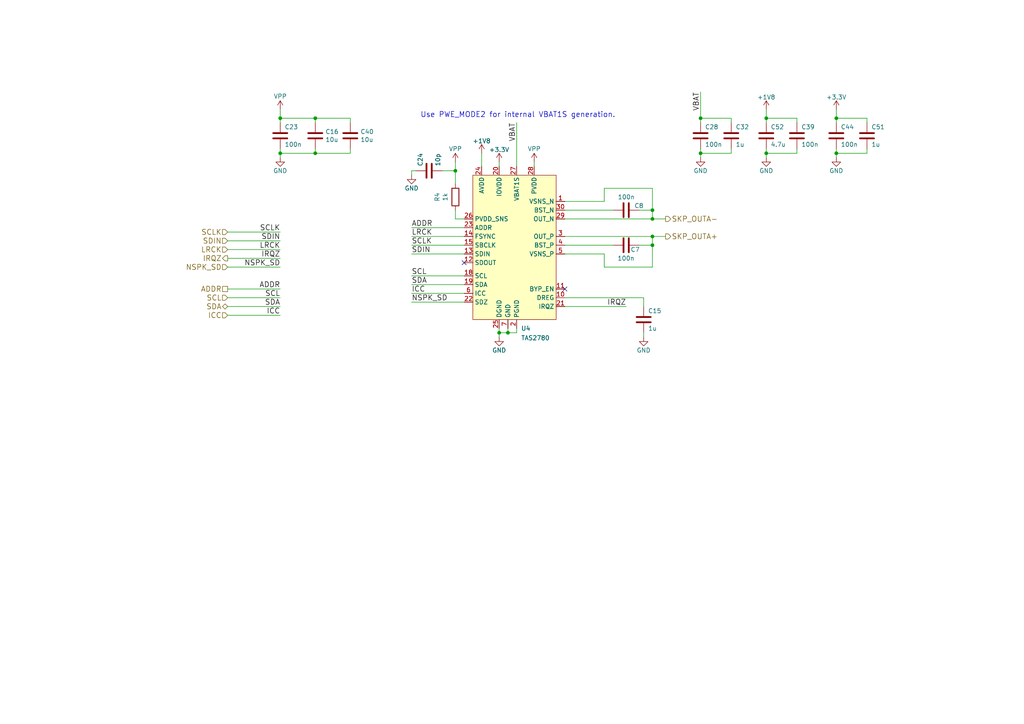
<source format=kicad_sch>
(kicad_sch (version 20211123) (generator eeschema)

  (uuid 5a67196f-9472-4a8d-961f-eac8ec999d85)

  (paper "A4")

  (title_block
    (title "AMP")
    (date "2021-03-30")
    (rev "V0.1")
  )

  (lib_symbols
    (symbol "Amplifiers_Audio_Switching:TAS2780" (in_bom yes) (on_board yes)
      (property "Reference" "U" (id 0) (at 11.43 3.81 0)
        (effects (font (size 1.27 1.27)))
      )
      (property "Value" "TAS2780" (id 1) (at 13.97 6.35 0)
        (effects (font (size 1.27 1.27)))
      )
      (property "Footprint" "" (id 2) (at 10.16 3.81 0)
        (effects (font (size 1.27 1.27)) hide)
      )
      (property "Datasheet" "" (id 3) (at 10.16 3.81 0)
        (effects (font (size 1.27 1.27)) hide)
      )
      (symbol "TAS2780_0_1"
        (rectangle (start -11.43 1.27) (end 12.7 -40.64)
          (stroke (width 0.1524) (type default) (color 0 0 0 0))
          (fill (type background))
        )
      )
      (symbol "TAS2780_1_1"
        (pin input line (at 15.24 -6.35 180) (length 2.54)
          (name "VSNS_N" (effects (font (size 1.27 1.27))))
          (number "1" (effects (font (size 1.27 1.27))))
        )
        (pin power_in line (at 15.24 -34.29 180) (length 2.54)
          (name "DREG" (effects (font (size 1.27 1.27))))
          (number "10" (effects (font (size 1.27 1.27))))
        )
        (pin output line (at 15.24 -31.75 180) (length 2.54)
          (name "BYP_EN" (effects (font (size 1.27 1.27))))
          (number "11" (effects (font (size 1.27 1.27))))
        )
        (pin bidirectional line (at -13.97 -24.13 0) (length 2.54)
          (name "SDOUT" (effects (font (size 1.27 1.27))))
          (number "12" (effects (font (size 1.27 1.27))))
        )
        (pin input line (at -13.97 -21.59 0) (length 2.54)
          (name "SDIN" (effects (font (size 1.27 1.27))))
          (number "13" (effects (font (size 1.27 1.27))))
        )
        (pin input line (at -13.97 -16.51 0) (length 2.54)
          (name "FSYNC" (effects (font (size 1.27 1.27))))
          (number "14" (effects (font (size 1.27 1.27))))
        )
        (pin input line (at -13.97 -19.05 0) (length 2.54)
          (name "SBCLK" (effects (font (size 1.27 1.27))))
          (number "15" (effects (font (size 1.27 1.27))))
        )
        (pin no_connect line (at 15.24 -48.26 180) (length 2.54) hide
          (name "NC" (effects (font (size 1.27 1.27))))
          (number "16" (effects (font (size 1.27 1.27))))
        )
        (pin no_connect line (at 15.24 -50.8 180) (length 2.54) hide
          (name "NC" (effects (font (size 1.27 1.27))))
          (number "17" (effects (font (size 1.27 1.27))))
        )
        (pin input line (at -13.97 -27.94 0) (length 2.54)
          (name "SCL" (effects (font (size 1.27 1.27))))
          (number "18" (effects (font (size 1.27 1.27))))
        )
        (pin bidirectional line (at -13.97 -30.48 0) (length 2.54)
          (name "SDA" (effects (font (size 1.27 1.27))))
          (number "19" (effects (font (size 1.27 1.27))))
        )
        (pin power_in line (at 1.27 -43.18 90) (length 2.54)
          (name "PGND" (effects (font (size 1.27 1.27))))
          (number "2" (effects (font (size 1.27 1.27))))
        )
        (pin power_in line (at -3.81 3.81 270) (length 2.54)
          (name "IOVDD" (effects (font (size 1.27 1.27))))
          (number "20" (effects (font (size 1.27 1.27))))
        )
        (pin open_emitter line (at 15.24 -36.83 180) (length 2.54)
          (name "IRQZ" (effects (font (size 1.27 1.27))))
          (number "21" (effects (font (size 1.27 1.27))))
        )
        (pin input line (at -13.97 -35.56 0) (length 2.54)
          (name "SDZ" (effects (font (size 1.27 1.27))))
          (number "22" (effects (font (size 1.27 1.27))))
        )
        (pin input line (at -13.97 -13.97 0) (length 2.54)
          (name "ADDR" (effects (font (size 1.27 1.27))))
          (number "23" (effects (font (size 1.27 1.27))))
        )
        (pin power_in line (at -8.89 3.81 270) (length 2.54)
          (name "AVDD" (effects (font (size 1.27 1.27))))
          (number "24" (effects (font (size 1.27 1.27))))
        )
        (pin power_in line (at -3.81 -43.18 90) (length 2.54)
          (name "DGND" (effects (font (size 1.27 1.27))))
          (number "25" (effects (font (size 1.27 1.27))))
        )
        (pin input line (at -13.97 -11.43 0) (length 2.54)
          (name "PVDD_SNS" (effects (font (size 1.27 1.27))))
          (number "26" (effects (font (size 1.27 1.27))))
        )
        (pin power_in line (at 1.27 3.81 270) (length 2.54)
          (name "VBAT1S" (effects (font (size 1.27 1.27))))
          (number "27" (effects (font (size 1.27 1.27))))
        )
        (pin power_in line (at 6.35 3.81 270) (length 2.54)
          (name "PVDD" (effects (font (size 1.27 1.27))))
          (number "28" (effects (font (size 1.27 1.27))))
        )
        (pin output line (at 15.24 -11.43 180) (length 2.54)
          (name "OUT_N" (effects (font (size 1.27 1.27))))
          (number "29" (effects (font (size 1.27 1.27))))
        )
        (pin output line (at 15.24 -16.51 180) (length 2.54)
          (name "OUT_P" (effects (font (size 1.27 1.27))))
          (number "3" (effects (font (size 1.27 1.27))))
        )
        (pin power_in line (at 15.24 -8.89 180) (length 2.54)
          (name "BST_N" (effects (font (size 1.27 1.27))))
          (number "30" (effects (font (size 1.27 1.27))))
        )
        (pin power_in line (at 15.24 -19.05 180) (length 2.54)
          (name "BST_P" (effects (font (size 1.27 1.27))))
          (number "4" (effects (font (size 1.27 1.27))))
        )
        (pin input line (at 15.24 -21.59 180) (length 2.54)
          (name "VSNS_P" (effects (font (size 1.27 1.27))))
          (number "5" (effects (font (size 1.27 1.27))))
        )
        (pin bidirectional line (at -13.97 -33.02 0) (length 2.54)
          (name "ICC" (effects (font (size 1.27 1.27))))
          (number "6" (effects (font (size 1.27 1.27))))
        )
        (pin power_in line (at -1.27 -43.18 90) (length 2.54)
          (name "GND" (effects (font (size 1.27 1.27))))
          (number "7" (effects (font (size 1.27 1.27))))
        )
        (pin no_connect line (at 15.24 -43.18 180) (length 2.54) hide
          (name "NC" (effects (font (size 1.27 1.27))))
          (number "8" (effects (font (size 1.27 1.27))))
        )
        (pin no_connect line (at 15.24 -45.72 180) (length 2.54) hide
          (name "NC" (effects (font (size 1.27 1.27))))
          (number "9" (effects (font (size 1.27 1.27))))
        )
      )
    )
    (symbol "Device:C" (pin_numbers hide) (pin_names (offset 0.254)) (in_bom yes) (on_board yes)
      (property "Reference" "C" (id 0) (at 0.635 2.54 0)
        (effects (font (size 1.27 1.27)) (justify left))
      )
      (property "Value" "C" (id 1) (at 0.635 -2.54 0)
        (effects (font (size 1.27 1.27)) (justify left))
      )
      (property "Footprint" "" (id 2) (at 0.9652 -3.81 0)
        (effects (font (size 1.27 1.27)) hide)
      )
      (property "Datasheet" "~" (id 3) (at 0 0 0)
        (effects (font (size 1.27 1.27)) hide)
      )
      (property "ki_keywords" "cap capacitor" (id 4) (at 0 0 0)
        (effects (font (size 1.27 1.27)) hide)
      )
      (property "ki_description" "Unpolarized capacitor" (id 5) (at 0 0 0)
        (effects (font (size 1.27 1.27)) hide)
      )
      (property "ki_fp_filters" "C_*" (id 6) (at 0 0 0)
        (effects (font (size 1.27 1.27)) hide)
      )
      (symbol "C_0_1"
        (polyline
          (pts
            (xy -2.032 -0.762)
            (xy 2.032 -0.762)
          )
          (stroke (width 0.508) (type default) (color 0 0 0 0))
          (fill (type none))
        )
        (polyline
          (pts
            (xy -2.032 0.762)
            (xy 2.032 0.762)
          )
          (stroke (width 0.508) (type default) (color 0 0 0 0))
          (fill (type none))
        )
      )
      (symbol "C_1_1"
        (pin passive line (at 0 3.81 270) (length 2.794)
          (name "~" (effects (font (size 1.27 1.27))))
          (number "1" (effects (font (size 1.27 1.27))))
        )
        (pin passive line (at 0 -3.81 90) (length 2.794)
          (name "~" (effects (font (size 1.27 1.27))))
          (number "2" (effects (font (size 1.27 1.27))))
        )
      )
    )
    (symbol "Device:R" (pin_numbers hide) (pin_names (offset 0)) (in_bom yes) (on_board yes)
      (property "Reference" "R" (id 0) (at 2.032 0 90)
        (effects (font (size 1.27 1.27)))
      )
      (property "Value" "R" (id 1) (at 0 0 90)
        (effects (font (size 1.27 1.27)))
      )
      (property "Footprint" "" (id 2) (at -1.778 0 90)
        (effects (font (size 1.27 1.27)) hide)
      )
      (property "Datasheet" "~" (id 3) (at 0 0 0)
        (effects (font (size 1.27 1.27)) hide)
      )
      (property "ki_keywords" "R res resistor" (id 4) (at 0 0 0)
        (effects (font (size 1.27 1.27)) hide)
      )
      (property "ki_description" "Resistor" (id 5) (at 0 0 0)
        (effects (font (size 1.27 1.27)) hide)
      )
      (property "ki_fp_filters" "R_*" (id 6) (at 0 0 0)
        (effects (font (size 1.27 1.27)) hide)
      )
      (symbol "R_0_1"
        (rectangle (start -1.016 -2.54) (end 1.016 2.54)
          (stroke (width 0.254) (type default) (color 0 0 0 0))
          (fill (type none))
        )
      )
      (symbol "R_1_1"
        (pin passive line (at 0 3.81 270) (length 1.27)
          (name "~" (effects (font (size 1.27 1.27))))
          (number "1" (effects (font (size 1.27 1.27))))
        )
        (pin passive line (at 0 -3.81 90) (length 1.27)
          (name "~" (effects (font (size 1.27 1.27))))
          (number "2" (effects (font (size 1.27 1.27))))
        )
      )
    )
    (symbol "power:+1V8" (power) (pin_names (offset 0)) (in_bom yes) (on_board yes)
      (property "Reference" "#PWR" (id 0) (at 0 -3.81 0)
        (effects (font (size 1.27 1.27)) hide)
      )
      (property "Value" "+1V8" (id 1) (at 0 3.556 0)
        (effects (font (size 1.27 1.27)))
      )
      (property "Footprint" "" (id 2) (at 0 0 0)
        (effects (font (size 1.27 1.27)) hide)
      )
      (property "Datasheet" "" (id 3) (at 0 0 0)
        (effects (font (size 1.27 1.27)) hide)
      )
      (property "ki_keywords" "global power" (id 4) (at 0 0 0)
        (effects (font (size 1.27 1.27)) hide)
      )
      (property "ki_description" "Power symbol creates a global label with name \"+1V8\"" (id 5) (at 0 0 0)
        (effects (font (size 1.27 1.27)) hide)
      )
      (symbol "+1V8_0_1"
        (polyline
          (pts
            (xy -0.762 1.27)
            (xy 0 2.54)
          )
          (stroke (width 0) (type default) (color 0 0 0 0))
          (fill (type none))
        )
        (polyline
          (pts
            (xy 0 0)
            (xy 0 2.54)
          )
          (stroke (width 0) (type default) (color 0 0 0 0))
          (fill (type none))
        )
        (polyline
          (pts
            (xy 0 2.54)
            (xy 0.762 1.27)
          )
          (stroke (width 0) (type default) (color 0 0 0 0))
          (fill (type none))
        )
      )
      (symbol "+1V8_1_1"
        (pin power_in line (at 0 0 90) (length 0) hide
          (name "+1V8" (effects (font (size 1.27 1.27))))
          (number "1" (effects (font (size 1.27 1.27))))
        )
      )
    )
    (symbol "power:+3.3V" (power) (pin_names (offset 0)) (in_bom yes) (on_board yes)
      (property "Reference" "#PWR" (id 0) (at 0 -3.81 0)
        (effects (font (size 1.27 1.27)) hide)
      )
      (property "Value" "+3.3V" (id 1) (at 0 3.556 0)
        (effects (font (size 1.27 1.27)))
      )
      (property "Footprint" "" (id 2) (at 0 0 0)
        (effects (font (size 1.27 1.27)) hide)
      )
      (property "Datasheet" "" (id 3) (at 0 0 0)
        (effects (font (size 1.27 1.27)) hide)
      )
      (property "ki_keywords" "global power" (id 4) (at 0 0 0)
        (effects (font (size 1.27 1.27)) hide)
      )
      (property "ki_description" "Power symbol creates a global label with name \"+3.3V\"" (id 5) (at 0 0 0)
        (effects (font (size 1.27 1.27)) hide)
      )
      (symbol "+3.3V_0_1"
        (polyline
          (pts
            (xy -0.762 1.27)
            (xy 0 2.54)
          )
          (stroke (width 0) (type default) (color 0 0 0 0))
          (fill (type none))
        )
        (polyline
          (pts
            (xy 0 0)
            (xy 0 2.54)
          )
          (stroke (width 0) (type default) (color 0 0 0 0))
          (fill (type none))
        )
        (polyline
          (pts
            (xy 0 2.54)
            (xy 0.762 1.27)
          )
          (stroke (width 0) (type default) (color 0 0 0 0))
          (fill (type none))
        )
      )
      (symbol "+3.3V_1_1"
        (pin power_in line (at 0 0 90) (length 0) hide
          (name "+3.3V" (effects (font (size 1.27 1.27))))
          (number "1" (effects (font (size 1.27 1.27))))
        )
      )
    )
    (symbol "power:GND" (power) (pin_names (offset 0)) (in_bom yes) (on_board yes)
      (property "Reference" "#PWR" (id 0) (at 0 -6.35 0)
        (effects (font (size 1.27 1.27)) hide)
      )
      (property "Value" "GND" (id 1) (at 0 -3.81 0)
        (effects (font (size 1.27 1.27)))
      )
      (property "Footprint" "" (id 2) (at 0 0 0)
        (effects (font (size 1.27 1.27)) hide)
      )
      (property "Datasheet" "" (id 3) (at 0 0 0)
        (effects (font (size 1.27 1.27)) hide)
      )
      (property "ki_keywords" "global power" (id 4) (at 0 0 0)
        (effects (font (size 1.27 1.27)) hide)
      )
      (property "ki_description" "Power symbol creates a global label with name \"GND\" , ground" (id 5) (at 0 0 0)
        (effects (font (size 1.27 1.27)) hide)
      )
      (symbol "GND_0_1"
        (polyline
          (pts
            (xy 0 0)
            (xy 0 -1.27)
            (xy 1.27 -1.27)
            (xy 0 -2.54)
            (xy -1.27 -1.27)
            (xy 0 -1.27)
          )
          (stroke (width 0) (type default) (color 0 0 0 0))
          (fill (type none))
        )
      )
      (symbol "GND_1_1"
        (pin power_in line (at 0 0 270) (length 0) hide
          (name "GND" (effects (font (size 1.27 1.27))))
          (number "1" (effects (font (size 1.27 1.27))))
        )
      )
    )
    (symbol "power:VPP" (power) (pin_names (offset 0)) (in_bom yes) (on_board yes)
      (property "Reference" "#PWR" (id 0) (at 0 -3.81 0)
        (effects (font (size 1.27 1.27)) hide)
      )
      (property "Value" "VPP" (id 1) (at 0 3.81 0)
        (effects (font (size 1.27 1.27)))
      )
      (property "Footprint" "" (id 2) (at 0 0 0)
        (effects (font (size 1.27 1.27)) hide)
      )
      (property "Datasheet" "" (id 3) (at 0 0 0)
        (effects (font (size 1.27 1.27)) hide)
      )
      (property "ki_keywords" "global power" (id 4) (at 0 0 0)
        (effects (font (size 1.27 1.27)) hide)
      )
      (property "ki_description" "Power symbol creates a global label with name \"VPP\"" (id 5) (at 0 0 0)
        (effects (font (size 1.27 1.27)) hide)
      )
      (symbol "VPP_0_1"
        (polyline
          (pts
            (xy -0.762 1.27)
            (xy 0 2.54)
          )
          (stroke (width 0) (type default) (color 0 0 0 0))
          (fill (type none))
        )
        (polyline
          (pts
            (xy 0 0)
            (xy 0 2.54)
          )
          (stroke (width 0) (type default) (color 0 0 0 0))
          (fill (type none))
        )
        (polyline
          (pts
            (xy 0 2.54)
            (xy 0.762 1.27)
          )
          (stroke (width 0) (type default) (color 0 0 0 0))
          (fill (type none))
        )
      )
      (symbol "VPP_1_1"
        (pin power_in line (at 0 0 90) (length 0) hide
          (name "VPP" (effects (font (size 1.27 1.27))))
          (number "1" (effects (font (size 1.27 1.27))))
        )
      )
    )
  )

  (junction (at 91.44 34.29) (diameter 0) (color 0 0 0 0)
    (uuid 0a2c2cdc-5b1b-411e-914c-d1dd856110ab)
  )
  (junction (at 189.23 63.5) (diameter 0) (color 0 0 0 0)
    (uuid 1dd7e11e-43e2-490d-b80a-72ae7a1e8bc8)
  )
  (junction (at 242.57 44.45) (diameter 0) (color 0 0 0 0)
    (uuid 30584b8d-c4cc-488e-8b52-7716a5ef2450)
  )
  (junction (at 189.23 71.12) (diameter 0) (color 0 0 0 0)
    (uuid 3a49d270-f8e5-4823-86ca-a16b53f0af62)
  )
  (junction (at 81.28 44.45) (diameter 0) (color 0 0 0 0)
    (uuid 4612f9f0-1343-4ba7-94dd-7d3e9fc08dad)
  )
  (junction (at 189.23 68.58) (diameter 0) (color 0 0 0 0)
    (uuid 4b3ce10d-ba1e-4300-a30e-c83148fa4114)
  )
  (junction (at 222.25 44.45) (diameter 0) (color 0 0 0 0)
    (uuid 4e1bc4e0-96b4-4b86-9a40-e01f8acc8fb3)
  )
  (junction (at 203.2 44.45) (diameter 0) (color 0 0 0 0)
    (uuid 575be819-f0a1-46b7-8d08-411ce08bf949)
  )
  (junction (at 203.2 34.29) (diameter 0) (color 0 0 0 0)
    (uuid 75db772e-80f0-41e4-a707-c8ee5f9bc667)
  )
  (junction (at 144.78 96.52) (diameter 0) (color 0 0 0 0)
    (uuid 9b4b14ed-f31c-4eba-af8e-df187891bd0a)
  )
  (junction (at 132.08 49.53) (diameter 0) (color 0 0 0 0)
    (uuid a38577ad-43fb-4d18-8a84-f1e0ebfbef97)
  )
  (junction (at 91.44 44.45) (diameter 0) (color 0 0 0 0)
    (uuid b7b8bcc5-170b-45b0-9993-22e0b72bebf5)
  )
  (junction (at 189.23 60.96) (diameter 0) (color 0 0 0 0)
    (uuid bcbfebaf-57f8-4173-82eb-e31e018cc64f)
  )
  (junction (at 242.57 34.29) (diameter 0) (color 0 0 0 0)
    (uuid c7f83622-d138-4711-a3a0-24a4f4d8a132)
  )
  (junction (at 81.28 34.29) (diameter 0) (color 0 0 0 0)
    (uuid d40f18db-c543-4c22-a8b0-72b9c9e5ae8b)
  )
  (junction (at 147.32 96.52) (diameter 0) (color 0 0 0 0)
    (uuid ebc88a53-36f9-4654-9fad-ddfdd9960a92)
  )
  (junction (at 222.25 34.29) (diameter 0) (color 0 0 0 0)
    (uuid efe695eb-61fd-4ebe-b4d4-377fbe040f37)
  )

  (no_connect (at 134.62 76.2) (uuid 9581235e-1bcb-4ac6-aa3c-e096337c7988))
  (no_connect (at 163.83 83.82) (uuid a2675fe3-230e-41bf-9437-2f6422114971))

  (wire (pts (xy 132.08 60.96) (xy 132.08 63.5))
    (stroke (width 0) (type default) (color 0 0 0 0))
    (uuid 047036f8-a6b2-41d8-b575-c4804edc83bb)
  )
  (wire (pts (xy 149.86 95.25) (xy 149.86 96.52))
    (stroke (width 0) (type default) (color 0 0 0 0))
    (uuid 0676952d-2011-46af-aee4-08eae6194cae)
  )
  (wire (pts (xy 149.86 96.52) (xy 147.32 96.52))
    (stroke (width 0) (type default) (color 0 0 0 0))
    (uuid 0a064c04-a600-42e9-8a3c-2d0d32397b2b)
  )
  (wire (pts (xy 132.08 49.53) (xy 132.08 53.34))
    (stroke (width 0) (type default) (color 0 0 0 0))
    (uuid 1077673d-384f-46c9-a794-907ddfbb8d21)
  )
  (wire (pts (xy 66.04 72.39) (xy 81.28 72.39))
    (stroke (width 0) (type default) (color 0 0 0 0))
    (uuid 10e5ae6d-e43e-4ff8-abc5-fd9df16782da)
  )
  (wire (pts (xy 81.28 88.9) (xy 66.04 88.9))
    (stroke (width 0) (type default) (color 0 0 0 0))
    (uuid 11d8c7c1-d35b-4996-879e-a5638384cbe9)
  )
  (wire (pts (xy 175.26 58.42) (xy 175.26 54.61))
    (stroke (width 0) (type default) (color 0 0 0 0))
    (uuid 15a50644-6f38-4031-b1ab-684cff7d0dd1)
  )
  (wire (pts (xy 147.32 96.52) (xy 144.78 96.52))
    (stroke (width 0) (type default) (color 0 0 0 0))
    (uuid 18aed0c5-103f-48c0-aedf-49e49fad7e30)
  )
  (wire (pts (xy 189.23 71.12) (xy 189.23 68.58))
    (stroke (width 0) (type default) (color 0 0 0 0))
    (uuid 1b9498f4-7c29-4d7e-80ed-8e1755eda479)
  )
  (wire (pts (xy 134.62 63.5) (xy 132.08 63.5))
    (stroke (width 0) (type default) (color 0 0 0 0))
    (uuid 1d835f1b-3886-4b1b-9af9-8166c7fbeb57)
  )
  (wire (pts (xy 144.78 46.99) (xy 144.78 48.26))
    (stroke (width 0) (type default) (color 0 0 0 0))
    (uuid 1ebea9ab-7982-4c98-8966-4dd128e8409c)
  )
  (wire (pts (xy 222.25 34.29) (xy 231.14 34.29))
    (stroke (width 0) (type default) (color 0 0 0 0))
    (uuid 1ef34d8f-5a12-47f7-bf2e-d313b64cbcb5)
  )
  (wire (pts (xy 120.65 49.53) (xy 119.38 49.53))
    (stroke (width 0) (type default) (color 0 0 0 0))
    (uuid 1f64c4f6-5e15-4a05-a087-2ba77f4b1e34)
  )
  (wire (pts (xy 203.2 34.29) (xy 203.2 35.56))
    (stroke (width 0) (type default) (color 0 0 0 0))
    (uuid 1ff2fe44-938b-401c-aa08-303867645a12)
  )
  (wire (pts (xy 66.04 67.31) (xy 81.28 67.31))
    (stroke (width 0) (type default) (color 0 0 0 0))
    (uuid 28f921ab-5f55-47f8-b726-02e567145cd5)
  )
  (wire (pts (xy 203.2 44.45) (xy 203.2 45.72))
    (stroke (width 0) (type default) (color 0 0 0 0))
    (uuid 2d88dcc5-e4d4-4b69-8e24-54d3acea440a)
  )
  (wire (pts (xy 149.86 35.56) (xy 149.86 48.26))
    (stroke (width 0) (type default) (color 0 0 0 0))
    (uuid 2f6fc560-12c1-4d8d-a018-cadf462ac652)
  )
  (wire (pts (xy 119.38 71.12) (xy 134.62 71.12))
    (stroke (width 0) (type default) (color 0 0 0 0))
    (uuid 2feb8dd9-614e-401f-8988-f8036e32f10c)
  )
  (wire (pts (xy 81.28 91.44) (xy 66.04 91.44))
    (stroke (width 0) (type default) (color 0 0 0 0))
    (uuid 30c4867f-eb1f-4d94-ad66-4cfa8a28f98d)
  )
  (wire (pts (xy 203.2 26.67) (xy 203.2 34.29))
    (stroke (width 0) (type default) (color 0 0 0 0))
    (uuid 3287d61e-5017-4b18-8ec8-655c8336042c)
  )
  (wire (pts (xy 101.6 35.56) (xy 101.6 34.29))
    (stroke (width 0) (type default) (color 0 0 0 0))
    (uuid 377dd88f-f661-4d3c-9b29-d01ce5e8f6ce)
  )
  (wire (pts (xy 81.28 86.36) (xy 66.04 86.36))
    (stroke (width 0) (type default) (color 0 0 0 0))
    (uuid 39e43b16-a160-46ac-962b-0d6578c4d053)
  )
  (wire (pts (xy 186.69 86.36) (xy 186.69 88.9))
    (stroke (width 0) (type default) (color 0 0 0 0))
    (uuid 3d4ac5a1-d2f1-486f-bbce-3f98fee2a469)
  )
  (wire (pts (xy 132.08 46.99) (xy 132.08 49.53))
    (stroke (width 0) (type default) (color 0 0 0 0))
    (uuid 453f65aa-5138-405a-a0ab-36c739103c39)
  )
  (wire (pts (xy 81.28 44.45) (xy 81.28 45.72))
    (stroke (width 0) (type default) (color 0 0 0 0))
    (uuid 4b3cefd2-e7d7-4d25-8bb9-37548c3e8b03)
  )
  (wire (pts (xy 189.23 68.58) (xy 193.04 68.58))
    (stroke (width 0) (type default) (color 0 0 0 0))
    (uuid 4ccc90a8-0c85-4aca-b829-05dd61065dce)
  )
  (wire (pts (xy 163.83 63.5) (xy 189.23 63.5))
    (stroke (width 0) (type default) (color 0 0 0 0))
    (uuid 51260503-287f-42cc-9b56-08dc3e48b9ae)
  )
  (wire (pts (xy 222.25 44.45) (xy 222.25 45.72))
    (stroke (width 0) (type default) (color 0 0 0 0))
    (uuid 518daebd-b89b-4c24-8d98-f647f9819f5f)
  )
  (wire (pts (xy 175.26 54.61) (xy 189.23 54.61))
    (stroke (width 0) (type default) (color 0 0 0 0))
    (uuid 523f7c1f-5684-4ff6-aa57-10bb1cd923e9)
  )
  (wire (pts (xy 242.57 44.45) (xy 242.57 45.72))
    (stroke (width 0) (type default) (color 0 0 0 0))
    (uuid 54bc5290-9d3c-4aad-a52b-52431ad10f1b)
  )
  (wire (pts (xy 144.78 95.25) (xy 144.78 96.52))
    (stroke (width 0) (type default) (color 0 0 0 0))
    (uuid 55aaaa6b-e3d6-4d61-ab96-1e9ac6f55222)
  )
  (wire (pts (xy 231.14 35.56) (xy 231.14 34.29))
    (stroke (width 0) (type default) (color 0 0 0 0))
    (uuid 56a4d2e0-142f-4ef3-8946-8f546faea669)
  )
  (wire (pts (xy 185.42 71.12) (xy 189.23 71.12))
    (stroke (width 0) (type default) (color 0 0 0 0))
    (uuid 56c115dd-1547-4061-b368-e1e2237b5eb5)
  )
  (wire (pts (xy 134.62 66.04) (xy 119.38 66.04))
    (stroke (width 0) (type default) (color 0 0 0 0))
    (uuid 580e133d-714b-41fc-bb34-8e2a7fe5b6fc)
  )
  (wire (pts (xy 242.57 34.29) (xy 251.46 34.29))
    (stroke (width 0) (type default) (color 0 0 0 0))
    (uuid 58dbd3f5-9cca-4714-8c82-1e6fbefdc0b2)
  )
  (wire (pts (xy 91.44 34.29) (xy 91.44 35.56))
    (stroke (width 0) (type default) (color 0 0 0 0))
    (uuid 5aa1c642-a9f0-4211-8572-3a7e8453422e)
  )
  (wire (pts (xy 189.23 77.47) (xy 189.23 71.12))
    (stroke (width 0) (type default) (color 0 0 0 0))
    (uuid 5d59c1fa-bf2f-4879-8e0b-02bc837a7e18)
  )
  (wire (pts (xy 222.25 34.29) (xy 222.25 35.56))
    (stroke (width 0) (type default) (color 0 0 0 0))
    (uuid 638d2b3c-4656-4ae9-9ce0-6d3998c7ca35)
  )
  (wire (pts (xy 163.83 73.66) (xy 175.26 73.66))
    (stroke (width 0) (type default) (color 0 0 0 0))
    (uuid 663822a0-3870-4e51-ba9a-d3af1163b598)
  )
  (wire (pts (xy 203.2 34.29) (xy 212.09 34.29))
    (stroke (width 0) (type default) (color 0 0 0 0))
    (uuid 676124c1-3736-4daa-a804-61d338452b05)
  )
  (wire (pts (xy 251.46 35.56) (xy 251.46 34.29))
    (stroke (width 0) (type default) (color 0 0 0 0))
    (uuid 68136be9-98a1-4c91-9162-24d07a7ef6d6)
  )
  (wire (pts (xy 222.25 44.45) (xy 231.14 44.45))
    (stroke (width 0) (type default) (color 0 0 0 0))
    (uuid 698788a3-ab92-4b7e-98e6-fab2a06de505)
  )
  (wire (pts (xy 91.44 43.18) (xy 91.44 44.45))
    (stroke (width 0) (type default) (color 0 0 0 0))
    (uuid 6d401fdd-c1f6-4321-96c4-4843b6143be9)
  )
  (wire (pts (xy 66.04 74.93) (xy 81.28 74.93))
    (stroke (width 0) (type default) (color 0 0 0 0))
    (uuid 6dc32d24-5ef0-4c0e-ad26-4d147b147b28)
  )
  (wire (pts (xy 154.94 46.99) (xy 154.94 48.26))
    (stroke (width 0) (type default) (color 0 0 0 0))
    (uuid 717d5b3b-346b-4cd8-a75d-cf21073e322c)
  )
  (wire (pts (xy 119.38 80.01) (xy 134.62 80.01))
    (stroke (width 0) (type default) (color 0 0 0 0))
    (uuid 77b2d33d-7c23-4d88-b7a7-0e962cdc4418)
  )
  (wire (pts (xy 231.14 43.18) (xy 231.14 44.45))
    (stroke (width 0) (type default) (color 0 0 0 0))
    (uuid 7a22ad88-63d0-458c-afa6-39cb58a2150b)
  )
  (wire (pts (xy 242.57 44.45) (xy 251.46 44.45))
    (stroke (width 0) (type default) (color 0 0 0 0))
    (uuid 7a9f7c21-1e41-4524-b556-7cfee2d2be2d)
  )
  (wire (pts (xy 91.44 44.45) (xy 101.6 44.45))
    (stroke (width 0) (type default) (color 0 0 0 0))
    (uuid 7d1d6fde-7a6f-4500-a83b-6cb194a5b750)
  )
  (wire (pts (xy 212.09 43.18) (xy 212.09 44.45))
    (stroke (width 0) (type default) (color 0 0 0 0))
    (uuid 7d3f5fba-b403-4ba0-a73d-85440774307f)
  )
  (wire (pts (xy 163.83 60.96) (xy 177.8 60.96))
    (stroke (width 0) (type default) (color 0 0 0 0))
    (uuid 7f83de49-4399-4500-998f-6b614c5b4b21)
  )
  (wire (pts (xy 91.44 34.29) (xy 81.28 34.29))
    (stroke (width 0) (type default) (color 0 0 0 0))
    (uuid 807db03e-eb6e-4455-9049-0461408189fa)
  )
  (wire (pts (xy 81.28 44.45) (xy 91.44 44.45))
    (stroke (width 0) (type default) (color 0 0 0 0))
    (uuid 8aaa3345-c586-4729-9584-3137be876023)
  )
  (wire (pts (xy 119.38 68.58) (xy 134.62 68.58))
    (stroke (width 0) (type default) (color 0 0 0 0))
    (uuid 8b70c40b-cc74-47b8-9d26-9845a14a1ed7)
  )
  (wire (pts (xy 203.2 44.45) (xy 212.09 44.45))
    (stroke (width 0) (type default) (color 0 0 0 0))
    (uuid 8d621859-22b5-4176-8b72-f737574ecb35)
  )
  (wire (pts (xy 119.38 49.53) (xy 119.38 50.8))
    (stroke (width 0) (type default) (color 0 0 0 0))
    (uuid 92ab1ee1-071e-47d5-b1fc-a3152286a99f)
  )
  (wire (pts (xy 203.2 43.18) (xy 203.2 44.45))
    (stroke (width 0) (type default) (color 0 0 0 0))
    (uuid 949ad26e-2474-4f56-b1ed-0720213b4366)
  )
  (wire (pts (xy 251.46 43.18) (xy 251.46 44.45))
    (stroke (width 0) (type default) (color 0 0 0 0))
    (uuid 964aea2a-8525-47c2-b792-fb93be5f65de)
  )
  (wire (pts (xy 139.7 44.45) (xy 139.7 48.26))
    (stroke (width 0) (type default) (color 0 0 0 0))
    (uuid 995e2939-1714-4bba-a996-b3eaaa6c8ad1)
  )
  (wire (pts (xy 222.25 43.18) (xy 222.25 44.45))
    (stroke (width 0) (type default) (color 0 0 0 0))
    (uuid 9ce4606b-4929-4637-b607-0f65c4c368f9)
  )
  (wire (pts (xy 163.83 88.9) (xy 181.61 88.9))
    (stroke (width 0) (type default) (color 0 0 0 0))
    (uuid a0ee2a54-4f63-410b-9c79-3579666e780a)
  )
  (wire (pts (xy 242.57 34.29) (xy 242.57 35.56))
    (stroke (width 0) (type default) (color 0 0 0 0))
    (uuid a5c82259-ad91-40a0-afe9-5c26da2026b8)
  )
  (wire (pts (xy 212.09 35.56) (xy 212.09 34.29))
    (stroke (width 0) (type default) (color 0 0 0 0))
    (uuid afe6eb4c-bbdc-440f-8eb9-64d1b34565d8)
  )
  (wire (pts (xy 119.38 82.55) (xy 134.62 82.55))
    (stroke (width 0) (type default) (color 0 0 0 0))
    (uuid b4c695db-36ae-4f09-b133-d03519e35e8a)
  )
  (wire (pts (xy 81.28 77.47) (xy 66.04 77.47))
    (stroke (width 0) (type default) (color 0 0 0 0))
    (uuid b70f4be0-be81-40f1-b237-a16be3740211)
  )
  (wire (pts (xy 163.83 86.36) (xy 186.69 86.36))
    (stroke (width 0) (type default) (color 0 0 0 0))
    (uuid b82fb17c-e029-422a-961c-41404b9b0adc)
  )
  (wire (pts (xy 189.23 54.61) (xy 189.23 60.96))
    (stroke (width 0) (type default) (color 0 0 0 0))
    (uuid bedc87fe-7b02-49dd-b1d2-036c65f89b7f)
  )
  (wire (pts (xy 242.57 43.18) (xy 242.57 44.45))
    (stroke (width 0) (type default) (color 0 0 0 0))
    (uuid c1536655-9eaa-4ff0-8eb9-fc8ac393e72e)
  )
  (wire (pts (xy 66.04 69.85) (xy 81.28 69.85))
    (stroke (width 0) (type default) (color 0 0 0 0))
    (uuid c1819685-9f17-4242-8112-c0ca3c53091d)
  )
  (wire (pts (xy 189.23 63.5) (xy 193.04 63.5))
    (stroke (width 0) (type default) (color 0 0 0 0))
    (uuid c43cbf1b-8636-4086-a009-2ead27837232)
  )
  (wire (pts (xy 185.42 60.96) (xy 189.23 60.96))
    (stroke (width 0) (type default) (color 0 0 0 0))
    (uuid c54ce3d6-bf81-4cb7-ad17-bdcc3df95914)
  )
  (wire (pts (xy 242.57 31.75) (xy 242.57 34.29))
    (stroke (width 0) (type default) (color 0 0 0 0))
    (uuid c75c3c9f-91ae-4c50-a4fc-dc37b44352e3)
  )
  (wire (pts (xy 81.28 31.75) (xy 81.28 34.29))
    (stroke (width 0) (type default) (color 0 0 0 0))
    (uuid cec22d4a-eda3-4d50-8609-c3a123c120be)
  )
  (wire (pts (xy 147.32 95.25) (xy 147.32 96.52))
    (stroke (width 0) (type default) (color 0 0 0 0))
    (uuid d67c88b0-e0c6-4c8c-88df-909b80907904)
  )
  (wire (pts (xy 81.28 35.56) (xy 81.28 34.29))
    (stroke (width 0) (type default) (color 0 0 0 0))
    (uuid d97f24b8-3f5c-4536-a071-0786594f3ffe)
  )
  (wire (pts (xy 144.78 96.52) (xy 144.78 97.79))
    (stroke (width 0) (type default) (color 0 0 0 0))
    (uuid dbca199f-c650-4d6c-9d56-581e4ae2f525)
  )
  (wire (pts (xy 163.83 71.12) (xy 177.8 71.12))
    (stroke (width 0) (type default) (color 0 0 0 0))
    (uuid e0116476-1668-4657-b298-19f6144b2f51)
  )
  (wire (pts (xy 189.23 60.96) (xy 189.23 63.5))
    (stroke (width 0) (type default) (color 0 0 0 0))
    (uuid e1412294-e873-4290-8fa2-390cea8f2804)
  )
  (wire (pts (xy 119.38 87.63) (xy 134.62 87.63))
    (stroke (width 0) (type default) (color 0 0 0 0))
    (uuid e191a847-d23b-4c10-b487-24c314882c30)
  )
  (wire (pts (xy 101.6 43.18) (xy 101.6 44.45))
    (stroke (width 0) (type default) (color 0 0 0 0))
    (uuid e52028c5-cde7-4bba-9d6b-b5f4b20c5d87)
  )
  (wire (pts (xy 163.83 68.58) (xy 189.23 68.58))
    (stroke (width 0) (type default) (color 0 0 0 0))
    (uuid e6115d59-0af3-423f-b96e-0039db51d979)
  )
  (wire (pts (xy 119.38 85.09) (xy 134.62 85.09))
    (stroke (width 0) (type default) (color 0 0 0 0))
    (uuid e6b07139-f17b-4c97-b51b-038e0e8db74a)
  )
  (wire (pts (xy 119.38 73.66) (xy 134.62 73.66))
    (stroke (width 0) (type default) (color 0 0 0 0))
    (uuid e89e5b16-554a-4d97-8f95-fc89c9b40d74)
  )
  (wire (pts (xy 175.26 73.66) (xy 175.26 77.47))
    (stroke (width 0) (type default) (color 0 0 0 0))
    (uuid e9ea59a0-f2fe-434c-9571-bb2151debdfd)
  )
  (wire (pts (xy 163.83 58.42) (xy 175.26 58.42))
    (stroke (width 0) (type default) (color 0 0 0 0))
    (uuid ebe7c418-c8f1-47e0-875e-f64e265130c8)
  )
  (wire (pts (xy 128.27 49.53) (xy 132.08 49.53))
    (stroke (width 0) (type default) (color 0 0 0 0))
    (uuid ec4205fe-0ad3-4690-b0f4-86be32fdc5c1)
  )
  (wire (pts (xy 175.26 77.47) (xy 189.23 77.47))
    (stroke (width 0) (type default) (color 0 0 0 0))
    (uuid f28eeb7f-75ff-48b0-b329-44d349b443b1)
  )
  (wire (pts (xy 66.04 83.82) (xy 81.28 83.82))
    (stroke (width 0) (type default) (color 0 0 0 0))
    (uuid f2ff105b-20ec-40b3-8201-1558ffda210b)
  )
  (wire (pts (xy 222.25 31.75) (xy 222.25 34.29))
    (stroke (width 0) (type default) (color 0 0 0 0))
    (uuid f4e53dd5-8c6d-4257-9b64-f47005c5bc7c)
  )
  (wire (pts (xy 186.69 96.52) (xy 186.69 97.79))
    (stroke (width 0) (type default) (color 0 0 0 0))
    (uuid f6853a07-1145-44ed-9a06-8c92e8a20561)
  )
  (wire (pts (xy 91.44 34.29) (xy 101.6 34.29))
    (stroke (width 0) (type default) (color 0 0 0 0))
    (uuid f7e5c7c9-84b5-45d9-81ed-3e9f99545771)
  )
  (wire (pts (xy 81.28 43.18) (xy 81.28 44.45))
    (stroke (width 0) (type default) (color 0 0 0 0))
    (uuid fe0a8ab1-7b25-4d9a-9a3b-f8c5e10b289a)
  )

  (text "Use PWE_MODE2 for internal VBAT1S generation." (at 121.92 34.29 0)
    (effects (font (size 1.524 1.524)) (justify left bottom))
    (uuid 62729cfb-92ed-4eed-aa42-860fc4c9dafa)
  )

  (label "SDIN" (at 119.38 73.66 0)
    (effects (font (size 1.524 1.524)) (justify left bottom))
    (uuid 0688a9cf-79bc-4d78-8200-bb383922929a)
  )
  (label "NSPK_SD" (at 119.38 87.63 0)
    (effects (font (size 1.524 1.524)) (justify left bottom))
    (uuid 1f726b01-9b72-4dab-b53e-fb6057ab00c7)
  )
  (label "ADDR" (at 119.38 66.04 0)
    (effects (font (size 1.524 1.524)) (justify left bottom))
    (uuid 21a00766-626e-4072-a0f6-6e32cdce7a66)
  )
  (label "ADDR" (at 81.28 83.82 180)
    (effects (font (size 1.524 1.524)) (justify right bottom))
    (uuid 2fb0f94c-4d8d-4190-b417-3dcde5d1cf30)
  )
  (label "SCLK" (at 119.38 71.12 0)
    (effects (font (size 1.524 1.524)) (justify left bottom))
    (uuid 434a5b4e-557a-4f69-b74a-ecbdb9ab32be)
  )
  (label "LRCK" (at 119.38 68.58 0)
    (effects (font (size 1.524 1.524)) (justify left bottom))
    (uuid 568bfd20-9410-4abc-9ace-ef8477d29794)
  )
  (label "SDA" (at 81.28 88.9 180)
    (effects (font (size 1.524 1.524)) (justify right bottom))
    (uuid 5b29bc39-4de4-49bc-98c4-839fe9035f15)
  )
  (label "ICC" (at 119.38 85.09 0)
    (effects (font (size 1.524 1.524)) (justify left bottom))
    (uuid 61480584-4fda-40e9-b0ec-c4a0a790631f)
  )
  (label "SCLK" (at 81.28 67.31 180)
    (effects (font (size 1.524 1.524)) (justify right bottom))
    (uuid 669e656d-db3f-4412-b101-dfdb8af3f9fe)
  )
  (label "SDA" (at 119.38 82.55 0)
    (effects (font (size 1.524 1.524)) (justify left bottom))
    (uuid 77a1afe5-559a-4460-981f-d5fb147f4df8)
  )
  (label "IRQZ" (at 181.61 88.9 180)
    (effects (font (size 1.524 1.524)) (justify right bottom))
    (uuid 792d3c6a-8bb0-4cb5-b96c-8d1c68c4a209)
  )
  (label "SDIN" (at 81.28 69.85 180)
    (effects (font (size 1.524 1.524)) (justify right bottom))
    (uuid 90d5d5cc-0e33-41fd-8aa9-f337ea363ec9)
  )
  (label "VBAT" (at 203.2 26.67 270)
    (effects (font (size 1.524 1.524)) (justify right bottom))
    (uuid 987b82f6-d839-4bd5-9b0d-6bfcf7572b6c)
  )
  (label "IRQZ" (at 81.28 74.93 180)
    (effects (font (size 1.524 1.524)) (justify right bottom))
    (uuid 9c42c988-8a75-49bb-b082-546fb16bacdc)
  )
  (label "SCL" (at 81.28 86.36 180)
    (effects (font (size 1.524 1.524)) (justify right bottom))
    (uuid cba145e2-3ae9-4146-a57b-1563e97b9891)
  )
  (label "LRCK" (at 81.28 72.39 180)
    (effects (font (size 1.524 1.524)) (justify right bottom))
    (uuid cd04c81a-2391-4fc9-bf94-acfd4721cf8f)
  )
  (label "NSPK_SD" (at 81.28 77.47 180)
    (effects (font (size 1.524 1.524)) (justify right bottom))
    (uuid d4df9413-d81e-44b8-b5d1-4ea5567738c3)
  )
  (label "SCL" (at 119.38 80.01 0)
    (effects (font (size 1.524 1.524)) (justify left bottom))
    (uuid da7909b1-e298-4d9d-a51e-91da13bc1b5e)
  )
  (label "ICC" (at 81.28 91.44 180)
    (effects (font (size 1.524 1.524)) (justify right bottom))
    (uuid dbf05649-2f67-4a1d-8d50-4ce4e20114b0)
  )
  (label "VBAT" (at 149.86 35.56 270)
    (effects (font (size 1.524 1.524)) (justify right bottom))
    (uuid eb884742-9178-45a3-972d-db1a90e40cc3)
  )

  (hierarchical_label "SKP_OUTA-" (shape output) (at 193.04 63.5 0)
    (effects (font (size 1.524 1.524)) (justify left))
    (uuid 17081d8d-7527-4c31-bcff-0d8f6f6a2ad1)
  )
  (hierarchical_label "SCL" (shape input) (at 66.04 86.36 180)
    (effects (font (size 1.524 1.524)) (justify right))
    (uuid 3a6c6d84-2389-4cbb-a49d-76ec7e2e3bcd)
  )
  (hierarchical_label "SDIN" (shape input) (at 66.04 69.85 180)
    (effects (font (size 1.524 1.524)) (justify right))
    (uuid 3b539471-47b6-46d5-a912-39e29a3ef9c2)
  )
  (hierarchical_label "SDA" (shape bidirectional) (at 66.04 88.9 180)
    (effects (font (size 1.524 1.524)) (justify right))
    (uuid 625c78ee-5c7e-4ed3-8ac4-627d1f9847e3)
  )
  (hierarchical_label "NSPK_SD" (shape input) (at 66.04 77.47 180)
    (effects (font (size 1.524 1.524)) (justify right))
    (uuid 899a4caf-0563-4c2a-9bca-5aa28747ef75)
  )
  (hierarchical_label "ADDR" (shape passive) (at 66.04 83.82 180)
    (effects (font (size 1.524 1.524)) (justify right))
    (uuid 9a300391-0859-4016-a318-5f3c3f7976db)
  )
  (hierarchical_label "LRCK" (shape input) (at 66.04 72.39 180)
    (effects (font (size 1.524 1.524)) (justify right))
    (uuid b285d77c-3eef-4763-b6e4-d7759b529dfd)
  )
  (hierarchical_label "IRQZ" (shape output) (at 66.04 74.93 180)
    (effects (font (size 1.524 1.524)) (justify right))
    (uuid d27bd75e-eeb9-4d8b-bfdb-bddce4b94b6c)
  )
  (hierarchical_label "SCLK" (shape input) (at 66.04 67.31 180)
    (effects (font (size 1.524 1.524)) (justify right))
    (uuid e4d0483b-1c21-4fb6-87dd-47e636746c0e)
  )
  (hierarchical_label "SKP_OUTA+" (shape output) (at 193.04 68.58 0)
    (effects (font (size 1.524 1.524)) (justify left))
    (uuid e77007fd-d184-47b8-862f-8ec77d2609e0)
  )
  (hierarchical_label "ICC" (shape input) (at 66.04 91.44 180)
    (effects (font (size 1.524 1.524)) (justify right))
    (uuid fb537206-7974-478e-984c-3ba2bd8b1bbf)
  )

  (symbol (lib_id "Device:C") (at 81.28 39.37 0) (unit 1)
    (in_bom yes) (on_board yes)
    (uuid 00000000-0000-0000-0000-0000574c26c6)
    (property "Reference" "C23" (id 0) (at 82.55 36.83 0)
      (effects (font (size 1.27 1.27)) (justify left))
    )
    (property "Value" "100n" (id 1) (at 82.55 41.91 0)
      (effects (font (size 1.27 1.27)) (justify left))
    )
    (property "Footprint" "Capacitor_SMD:C_0402_1005Metric" (id 2) (at 73.66 35.814 90)
      (effects (font (size 1.27 1.27)) hide)
    )
    (property "Datasheet" "~" (id 3) (at 73.66 35.814 90)
      (effects (font (size 1.27 1.27)) hide)
    )
    (property "Mfr.Nr." "" (id 4) (at 81.28 39.37 0)
      (effects (font (size 1.524 1.524)) hide)
    )
    (property "MPN" "C307331" (id 5) (at 81.28 39.37 0)
      (effects (font (size 1.27 1.27)) hide)
    )
    (pin "1" (uuid feef260c-ed1f-4add-8013-60ad7497f394))
    (pin "2" (uuid 9641ef78-944b-442f-876e-c67481edca24))
  )

  (symbol (lib_id "power:GND") (at 81.28 45.72 0) (unit 1)
    (in_bom yes) (on_board yes)
    (uuid 00000000-0000-0000-0000-00005b067d07)
    (property "Reference" "#PWR050" (id 0) (at 81.28 52.07 0)
      (effects (font (size 1.27 1.27)) hide)
    )
    (property "Value" "GND" (id 1) (at 81.28 49.53 0))
    (property "Footprint" "" (id 2) (at 81.28 45.72 0)
      (effects (font (size 1.27 1.27)) hide)
    )
    (property "Datasheet" "" (id 3) (at 81.28 45.72 0)
      (effects (font (size 1.27 1.27)) hide)
    )
    (pin "1" (uuid e60e7b2a-be1a-40ac-8a8d-b4d6a5df8bf6))
  )

  (symbol (lib_id "power:VPP") (at 132.08 46.99 0) (unit 1)
    (in_bom yes) (on_board yes)
    (uuid 04d17c32-c26e-45e9-81f5-86649d5a70e7)
    (property "Reference" "#PWR052" (id 0) (at 132.08 50.8 0)
      (effects (font (size 1.27 1.27)) hide)
    )
    (property "Value" "VPP" (id 1) (at 132.08 43.18 0))
    (property "Footprint" "" (id 2) (at 132.08 46.99 0)
      (effects (font (size 1.27 1.27)) hide)
    )
    (property "Datasheet" "" (id 3) (at 132.08 46.99 0)
      (effects (font (size 1.27 1.27)) hide)
    )
    (pin "1" (uuid 640b592c-cac7-4a67-bb22-dc03d0d8094a))
  )

  (symbol (lib_id "power:+1V8") (at 139.7 44.45 0) (unit 1)
    (in_bom yes) (on_board yes) (fields_autoplaced)
    (uuid 06f9cd5e-f3ed-4f54-9c93-871d690196da)
    (property "Reference" "#PWR053" (id 0) (at 139.7 48.26 0)
      (effects (font (size 1.27 1.27)) hide)
    )
    (property "Value" "+1V8" (id 1) (at 139.7 40.894 0))
    (property "Footprint" "" (id 2) (at 139.7 44.45 0)
      (effects (font (size 1.27 1.27)) hide)
    )
    (property "Datasheet" "" (id 3) (at 139.7 44.45 0)
      (effects (font (size 1.27 1.27)) hide)
    )
    (pin "1" (uuid 0165fe80-352c-4bb8-b39a-274fe4533400))
  )

  (symbol (lib_id "Amplifiers_Audio_Switching:TAS2780") (at 148.59 52.07 0) (unit 1)
    (in_bom yes) (on_board yes)
    (uuid 0b4da718-d212-45fd-b28a-04e97037639a)
    (property "Reference" "U4" (id 0) (at 151.13 95.25 0)
      (effects (font (size 1.27 1.27)) (justify left))
    )
    (property "Value" "TAS2780" (id 1) (at 151.13 98.0251 0)
      (effects (font (size 1.27 1.27)) (justify left))
    )
    (property "Footprint" "Package_TI_QFN:TI-30-Pin-HR-QFN" (id 2) (at 158.75 48.26 0)
      (effects (font (size 1.27 1.27)) hide)
    )
    (property "Datasheet" "" (id 3) (at 158.75 48.26 0)
      (effects (font (size 1.27 1.27)) hide)
    )
    (property "Mfr.Nr." "M" (id 4) (at 148.59 52.07 0)
      (effects (font (size 1.27 1.27)) hide)
    )
    (pin "1" (uuid 7af01bed-130a-4ebf-9865-5b589b70929a))
    (pin "10" (uuid ffc4a6f3-6da6-434e-96be-4275556a2d2c))
    (pin "11" (uuid edc2cc44-ebd3-4083-b53c-c415d0dccd15))
    (pin "12" (uuid 38cb572c-ef3e-44a1-b62b-bd9343109aed))
    (pin "13" (uuid 07ae0849-477e-42d9-9160-e12d81c932e3))
    (pin "14" (uuid e9f2a456-8707-429b-9d13-12c059ee0d45))
    (pin "15" (uuid a7320627-69dd-49ca-a7ec-94742a67688c))
    (pin "16" (uuid 7f9dcce0-a459-4cad-98c7-5e63ed9332a2))
    (pin "17" (uuid 1fa056ed-946c-42c8-ad1a-f9eec8442200))
    (pin "18" (uuid 7c261902-9efb-4de6-b993-4999bc50e926))
    (pin "19" (uuid 505aae10-e457-42cc-ab9b-fd2761fd2e5f))
    (pin "2" (uuid 81d8ea6d-e070-45a8-abdd-a5b9e0d6ea1f))
    (pin "20" (uuid c9c0b813-f49b-41ce-97ef-2cb8fd7914d2))
    (pin "21" (uuid 5badf48c-4535-40f4-9b43-28ccfbfa18d7))
    (pin "22" (uuid f43d4695-d1a0-47a7-8e48-544ab32f30ab))
    (pin "23" (uuid 657afb2c-00d1-4f4e-a0cf-30c75e87b42d))
    (pin "24" (uuid 16f9c433-bb83-49f6-b42a-003682de20d5))
    (pin "25" (uuid e555a882-0cd8-48e5-93d7-3673b42ee9aa))
    (pin "26" (uuid 1cd17a62-ee1d-40a1-b6d3-456bbe6989bb))
    (pin "27" (uuid 70c297b5-c730-4762-a142-8ef983b40c77))
    (pin "28" (uuid bd21edf7-9178-42ab-83ae-0de9935f169c))
    (pin "29" (uuid d3b7991b-a2cb-4917-b008-8d575f7f311d))
    (pin "3" (uuid c3e0359e-8cd9-4e59-ac1b-60ba8a54408e))
    (pin "30" (uuid 1a3b789f-b0ff-415d-be3f-2616c7e31449))
    (pin "4" (uuid 133efef0-f11d-4194-a082-2e82629367ca))
    (pin "5" (uuid f5534086-7d0f-424c-87bd-2962474675a8))
    (pin "6" (uuid cbfd51d2-ad46-466d-952e-f9db8a94dcbe))
    (pin "7" (uuid 91c713d2-c616-4916-910e-c43564ad047b))
    (pin "8" (uuid b4156353-30c7-47e6-82f9-5983f4cd314d))
    (pin "9" (uuid b2c94b75-25e8-4839-97e4-051effdc936c))
  )

  (symbol (lib_id "power:GND") (at 119.38 50.8 0) (unit 1)
    (in_bom yes) (on_board yes)
    (uuid 129ca8a5-a64a-4612-b40d-5dbe0242c453)
    (property "Reference" "#PWR051" (id 0) (at 119.38 57.15 0)
      (effects (font (size 1.27 1.27)) hide)
    )
    (property "Value" "GND" (id 1) (at 119.38 54.61 0))
    (property "Footprint" "" (id 2) (at 119.38 50.8 0)
      (effects (font (size 1.27 1.27)) hide)
    )
    (property "Datasheet" "" (id 3) (at 119.38 50.8 0)
      (effects (font (size 1.27 1.27)) hide)
    )
    (pin "1" (uuid 8b007851-ed22-45db-9f17-64755baaa748))
  )

  (symbol (lib_id "Device:C") (at 124.46 49.53 90) (unit 1)
    (in_bom yes) (on_board yes)
    (uuid 27894cdd-4903-4e45-968e-9e33f917dd80)
    (property "Reference" "C24" (id 0) (at 121.92 48.26 0)
      (effects (font (size 1.27 1.27)) (justify left))
    )
    (property "Value" "10p" (id 1) (at 127 48.26 0)
      (effects (font (size 1.27 1.27)) (justify left))
    )
    (property "Footprint" "Capacitor_SMD:C_0402_1005Metric" (id 2) (at 120.904 57.15 90)
      (effects (font (size 1.27 1.27)) hide)
    )
    (property "Datasheet" "~" (id 3) (at 120.904 57.15 90)
      (effects (font (size 1.27 1.27)) hide)
    )
    (property "Mfr.Nr." "" (id 4) (at 124.46 49.53 0)
      (effects (font (size 1.524 1.524)) hide)
    )
    (property "MPN" "C32949" (id 5) (at 124.46 49.53 0)
      (effects (font (size 1.27 1.27)) hide)
    )
    (pin "1" (uuid 8ee233d1-73c2-437e-8f8b-61385c831cbb))
    (pin "2" (uuid 5e4be7d1-b2cc-477d-a3dc-89b015bc0690))
  )

  (symbol (lib_id "Device:C") (at 231.14 39.37 0) (unit 1)
    (in_bom yes) (on_board yes)
    (uuid 3ad4b998-8ad6-46c0-b7c0-f06f1ad0a59b)
    (property "Reference" "C39" (id 0) (at 232.41 36.83 0)
      (effects (font (size 1.27 1.27)) (justify left))
    )
    (property "Value" "100n" (id 1) (at 232.41 41.91 0)
      (effects (font (size 1.27 1.27)) (justify left))
    )
    (property "Footprint" "Capacitor_SMD:C_0402_1005Metric" (id 2) (at 223.52 35.814 90)
      (effects (font (size 1.27 1.27)) hide)
    )
    (property "Datasheet" "~" (id 3) (at 223.52 35.814 90)
      (effects (font (size 1.27 1.27)) hide)
    )
    (property "Mfr.Nr." "" (id 4) (at 231.14 39.37 0)
      (effects (font (size 1.524 1.524)) hide)
    )
    (property "MPN" "C307331" (id 5) (at 231.14 39.37 0)
      (effects (font (size 1.27 1.27)) hide)
    )
    (pin "1" (uuid 2edaf02e-db08-4ad9-80c3-995b7477369f))
    (pin "2" (uuid 2f5f05ed-fe1d-44f8-b702-50247c95a229))
  )

  (symbol (lib_id "Device:R") (at 132.08 57.15 0) (unit 1)
    (in_bom yes) (on_board yes)
    (uuid 3aefb317-70c1-46a0-b715-774685a9aba8)
    (property "Reference" "R4" (id 0) (at 126.8222 57.15 90))
    (property "Value" "1k" (id 1) (at 129.1336 57.15 90))
    (property "Footprint" "Resistor_SMD:R_0402_1005Metric" (id 2) (at 130.302 57.15 90)
      (effects (font (size 1.27 1.27)) hide)
    )
    (property "Datasheet" "~" (id 3) (at 132.08 57.15 0)
      (effects (font (size 1.27 1.27)) hide)
    )
    (property "Mfr.Nr." "" (id 4) (at 132.08 57.15 0)
      (effects (font (size 1.27 1.27)) hide)
    )
    (property "MPN" "C11702" (id 5) (at 132.08 57.15 0)
      (effects (font (size 1.27 1.27)) hide)
    )
    (pin "1" (uuid 8daf3919-dd50-44cb-8290-e627c2e3c0d6))
    (pin "2" (uuid c1c775ac-f5c9-426b-badb-364e44b0ec3c))
  )

  (symbol (lib_id "Device:C") (at 251.46 39.37 0) (unit 1)
    (in_bom yes) (on_board yes)
    (uuid 43571651-8522-458b-a1d5-56aeb1ab75b6)
    (property "Reference" "C51" (id 0) (at 252.73 36.83 0)
      (effects (font (size 1.27 1.27)) (justify left))
    )
    (property "Value" "1u" (id 1) (at 252.73 41.91 0)
      (effects (font (size 1.27 1.27)) (justify left))
    )
    (property "Footprint" "Capacitor_SMD:C_0603_1608Metric" (id 2) (at 243.84 35.814 90)
      (effects (font (size 1.27 1.27)) hide)
    )
    (property "Datasheet" "~" (id 3) (at 243.84 35.814 90)
      (effects (font (size 1.27 1.27)) hide)
    )
    (property "Mfr.Nr." "" (id 4) (at 251.46 39.37 0)
      (effects (font (size 1.524 1.524)) hide)
    )
    (property "MPN" "C15849" (id 5) (at 251.46 39.37 0)
      (effects (font (size 1.27 1.27)) hide)
    )
    (pin "1" (uuid 94d545b4-b3db-45a8-9b58-9e1c2d7780ba))
    (pin "2" (uuid 9e079a12-9f0c-42cb-8df9-b4a7f17c1153))
  )

  (symbol (lib_id "power:GND") (at 186.69 97.79 0) (unit 1)
    (in_bom yes) (on_board yes)
    (uuid 473d0b06-b7b3-499a-9b57-4c384abcb34e)
    (property "Reference" "#PWR057" (id 0) (at 186.69 104.14 0)
      (effects (font (size 1.27 1.27)) hide)
    )
    (property "Value" "GND" (id 1) (at 186.69 101.6 0))
    (property "Footprint" "" (id 2) (at 186.69 97.79 0)
      (effects (font (size 1.27 1.27)) hide)
    )
    (property "Datasheet" "" (id 3) (at 186.69 97.79 0)
      (effects (font (size 1.27 1.27)) hide)
    )
    (pin "1" (uuid 489a76f9-dd6c-4126-b641-a57f418a8354))
  )

  (symbol (lib_id "Device:C") (at 186.69 92.71 0) (unit 1)
    (in_bom yes) (on_board yes)
    (uuid 4fcdaeaa-32d0-4169-b690-6946b40d2f8f)
    (property "Reference" "C15" (id 0) (at 187.96 90.17 0)
      (effects (font (size 1.27 1.27)) (justify left))
    )
    (property "Value" "1u" (id 1) (at 187.96 95.25 0)
      (effects (font (size 1.27 1.27)) (justify left))
    )
    (property "Footprint" "Capacitor_SMD:C_0603_1608Metric" (id 2) (at 179.07 89.154 90)
      (effects (font (size 1.27 1.27)) hide)
    )
    (property "Datasheet" "~" (id 3) (at 179.07 89.154 90)
      (effects (font (size 1.27 1.27)) hide)
    )
    (property "Mfr.Nr." "" (id 4) (at 186.69 92.71 0)
      (effects (font (size 1.524 1.524)) hide)
    )
    (property "MPN" "C15849" (id 5) (at 186.69 92.71 0)
      (effects (font (size 1.27 1.27)) hide)
    )
    (pin "1" (uuid 41527872-e6eb-4dd4-ae9c-b57306ceee13))
    (pin "2" (uuid 9f8b998d-ec29-480e-91e7-016258c544ab))
  )

  (symbol (lib_id "power:VPP") (at 81.28 31.75 0) (unit 1)
    (in_bom yes) (on_board yes)
    (uuid 56747d3d-105b-4c41-bd75-1ff484610223)
    (property "Reference" "#PWR049" (id 0) (at 81.28 35.56 0)
      (effects (font (size 1.27 1.27)) hide)
    )
    (property "Value" "VPP" (id 1) (at 81.28 27.94 0))
    (property "Footprint" "" (id 2) (at 81.28 31.75 0)
      (effects (font (size 1.27 1.27)) hide)
    )
    (property "Datasheet" "" (id 3) (at 81.28 31.75 0)
      (effects (font (size 1.27 1.27)) hide)
    )
    (pin "1" (uuid c8c6580d-be09-46a2-aafc-f4cc05d0082a))
  )

  (symbol (lib_id "Device:C") (at 181.61 71.12 270) (unit 1)
    (in_bom yes) (on_board yes)
    (uuid 620c9be5-110e-4b43-bc49-898e03ab1add)
    (property "Reference" "C7" (id 0) (at 182.88 72.39 90)
      (effects (font (size 1.27 1.27)) (justify left))
    )
    (property "Value" "100n" (id 1) (at 179.07 74.93 90)
      (effects (font (size 1.27 1.27)) (justify left))
    )
    (property "Footprint" "Capacitor_SMD:C_0402_1005Metric" (id 2) (at 185.166 63.5 90)
      (effects (font (size 1.27 1.27)) hide)
    )
    (property "Datasheet" "~" (id 3) (at 185.166 63.5 90)
      (effects (font (size 1.27 1.27)) hide)
    )
    (property "Mfr.Nr." "" (id 4) (at 181.61 71.12 0)
      (effects (font (size 1.524 1.524)) hide)
    )
    (property "MPN" "C307331" (id 5) (at 181.61 71.12 0)
      (effects (font (size 1.27 1.27)) hide)
    )
    (pin "1" (uuid 84c0271c-7159-4a2c-95d1-153a0fdc7fec))
    (pin "2" (uuid 4bc7e3b2-58d4-489c-bd7b-7434fdcc1337))
  )

  (symbol (lib_id "Device:C") (at 203.2 39.37 0) (unit 1)
    (in_bom yes) (on_board yes)
    (uuid 633307fa-0d0f-4f77-8187-e1088cc162b2)
    (property "Reference" "C28" (id 0) (at 204.47 36.83 0)
      (effects (font (size 1.27 1.27)) (justify left))
    )
    (property "Value" "100n" (id 1) (at 204.47 41.91 0)
      (effects (font (size 1.27 1.27)) (justify left))
    )
    (property "Footprint" "Capacitor_SMD:C_0402_1005Metric" (id 2) (at 195.58 35.814 90)
      (effects (font (size 1.27 1.27)) hide)
    )
    (property "Datasheet" "~" (id 3) (at 195.58 35.814 90)
      (effects (font (size 1.27 1.27)) hide)
    )
    (property "Mfr.Nr." "" (id 4) (at 203.2 39.37 0)
      (effects (font (size 1.524 1.524)) hide)
    )
    (property "MPN" "C307331" (id 5) (at 203.2 39.37 0)
      (effects (font (size 1.27 1.27)) hide)
    )
    (pin "1" (uuid 62d5b06d-21ac-4f64-9e30-0b61594b54f9))
    (pin "2" (uuid 65208ff2-4d5c-402b-8bb9-c979c9fb2622))
  )

  (symbol (lib_id "Device:C") (at 101.6 39.37 0) (unit 1)
    (in_bom yes) (on_board yes)
    (uuid 6462a9e8-0430-46a7-ba9c-5a543d545f10)
    (property "Reference" "C40" (id 0) (at 104.521 38.2016 0)
      (effects (font (size 1.27 1.27)) (justify left))
    )
    (property "Value" "10u" (id 1) (at 104.521 40.513 0)
      (effects (font (size 1.27 1.27)) (justify left))
    )
    (property "Footprint" "Capacitor_SMD:C_1206_3216Metric" (id 2) (at 102.5652 43.18 0)
      (effects (font (size 1.27 1.27)) hide)
    )
    (property "Datasheet" "~" (id 3) (at 101.6 39.37 0)
      (effects (font (size 1.27 1.27)) hide)
    )
    (property "Mfr.Nr." "" (id 4) (at 101.6 39.37 0)
      (effects (font (size 1.27 1.27)) hide)
    )
    (property "MPN" "C13585" (id 5) (at 101.6 39.37 0)
      (effects (font (size 1.27 1.27)) hide)
    )
    (pin "1" (uuid a4f473ef-ca42-4acf-96b1-7a5e2e4b173c))
    (pin "2" (uuid 04c17866-08b3-477b-8eff-ad8a89024cb8))
  )

  (symbol (lib_id "power:+3.3V") (at 144.78 46.99 0) (unit 1)
    (in_bom yes) (on_board yes)
    (uuid 66e86bff-6c71-4f3d-afe7-1482746cba3b)
    (property "Reference" "#PWR054" (id 0) (at 144.78 50.8 0)
      (effects (font (size 1.27 1.27)) hide)
    )
    (property "Value" "+3.3V" (id 1) (at 144.78 43.434 0))
    (property "Footprint" "" (id 2) (at 144.78 46.99 0)
      (effects (font (size 1.27 1.27)) hide)
    )
    (property "Datasheet" "" (id 3) (at 144.78 46.99 0)
      (effects (font (size 1.27 1.27)) hide)
    )
    (pin "1" (uuid c96f7617-5b7b-4bed-9078-0dabe79b3d66))
  )

  (symbol (lib_id "power:GND") (at 203.2 45.72 0) (unit 1)
    (in_bom yes) (on_board yes)
    (uuid 6b8dda80-132e-41c7-9f71-d79186428c47)
    (property "Reference" "#PWR058" (id 0) (at 203.2 52.07 0)
      (effects (font (size 1.27 1.27)) hide)
    )
    (property "Value" "GND" (id 1) (at 203.2 49.53 0))
    (property "Footprint" "" (id 2) (at 203.2 45.72 0)
      (effects (font (size 1.27 1.27)) hide)
    )
    (property "Datasheet" "" (id 3) (at 203.2 45.72 0)
      (effects (font (size 1.27 1.27)) hide)
    )
    (pin "1" (uuid a296fb7d-5b04-4452-9315-735c8fcc98e4))
  )

  (symbol (lib_id "power:+1V8") (at 222.25 31.75 0) (unit 1)
    (in_bom yes) (on_board yes) (fields_autoplaced)
    (uuid 731daaf5-5bc3-4782-af3f-e50b13349650)
    (property "Reference" "#PWR059" (id 0) (at 222.25 35.56 0)
      (effects (font (size 1.27 1.27)) hide)
    )
    (property "Value" "+1V8" (id 1) (at 222.25 28.194 0))
    (property "Footprint" "" (id 2) (at 222.25 31.75 0)
      (effects (font (size 1.27 1.27)) hide)
    )
    (property "Datasheet" "" (id 3) (at 222.25 31.75 0)
      (effects (font (size 1.27 1.27)) hide)
    )
    (pin "1" (uuid 8bd0fd2e-68e5-4759-b559-57bf4b9f4ef3))
  )

  (symbol (lib_id "Device:C") (at 222.25 39.37 0) (unit 1)
    (in_bom yes) (on_board yes)
    (uuid 7457307b-fbc5-4ed4-8ea1-2c8d843e4c34)
    (property "Reference" "C52" (id 0) (at 223.52 36.83 0)
      (effects (font (size 1.27 1.27)) (justify left))
    )
    (property "Value" "4.7u" (id 1) (at 223.52 41.91 0)
      (effects (font (size 1.27 1.27)) (justify left))
    )
    (property "Footprint" "Capacitor_SMD:C_0805_2012Metric" (id 2) (at 214.63 35.814 90)
      (effects (font (size 1.27 1.27)) hide)
    )
    (property "Datasheet" "~" (id 3) (at 214.63 35.814 90)
      (effects (font (size 1.27 1.27)) hide)
    )
    (property "Mfr.Nr." "" (id 4) (at 222.25 39.37 0)
      (effects (font (size 1.524 1.524)) hide)
    )
    (property "MPN" "C1779" (id 5) (at 222.25 39.37 0)
      (effects (font (size 1.27 1.27)) hide)
    )
    (pin "1" (uuid c6af36b9-a88c-4ee5-accc-911c999e8876))
    (pin "2" (uuid 5b17c96a-487b-4e1b-b68d-91b74f04b9d9))
  )

  (symbol (lib_id "power:GND") (at 222.25 45.72 0) (unit 1)
    (in_bom yes) (on_board yes)
    (uuid 8acab1dd-0b31-4fbe-99d7-f56f3a377237)
    (property "Reference" "#PWR060" (id 0) (at 222.25 52.07 0)
      (effects (font (size 1.27 1.27)) hide)
    )
    (property "Value" "GND" (id 1) (at 222.25 49.53 0))
    (property "Footprint" "" (id 2) (at 222.25 45.72 0)
      (effects (font (size 1.27 1.27)) hide)
    )
    (property "Datasheet" "" (id 3) (at 222.25 45.72 0)
      (effects (font (size 1.27 1.27)) hide)
    )
    (pin "1" (uuid 1dcd9919-fb11-4083-a495-ca4c7e6482df))
  )

  (symbol (lib_id "Device:C") (at 212.09 39.37 0) (unit 1)
    (in_bom yes) (on_board yes)
    (uuid ae0fe93d-77eb-4f7d-a77d-20ac175ab74b)
    (property "Reference" "C32" (id 0) (at 213.36 36.83 0)
      (effects (font (size 1.27 1.27)) (justify left))
    )
    (property "Value" "1u" (id 1) (at 213.36 41.91 0)
      (effects (font (size 1.27 1.27)) (justify left))
    )
    (property "Footprint" "Capacitor_SMD:C_0603_1608Metric" (id 2) (at 204.47 35.814 90)
      (effects (font (size 1.27 1.27)) hide)
    )
    (property "Datasheet" "~" (id 3) (at 204.47 35.814 90)
      (effects (font (size 1.27 1.27)) hide)
    )
    (property "Mfr.Nr." "" (id 4) (at 212.09 39.37 0)
      (effects (font (size 1.524 1.524)) hide)
    )
    (property "MPN" "C15849" (id 5) (at 212.09 39.37 0)
      (effects (font (size 1.27 1.27)) hide)
    )
    (pin "1" (uuid d448c85f-f50e-4859-8ea9-109de949b815))
    (pin "2" (uuid 489b7775-d973-4e48-a229-b85c3be69804))
  )

  (symbol (lib_id "Device:C") (at 91.44 39.37 0) (unit 1)
    (in_bom yes) (on_board yes)
    (uuid ba318a2a-31c1-4f11-ae61-9ed04a35e008)
    (property "Reference" "C16" (id 0) (at 94.361 38.2016 0)
      (effects (font (size 1.27 1.27)) (justify left))
    )
    (property "Value" "10u" (id 1) (at 94.361 40.513 0)
      (effects (font (size 1.27 1.27)) (justify left))
    )
    (property "Footprint" "Capacitor_SMD:C_1206_3216Metric" (id 2) (at 92.4052 43.18 0)
      (effects (font (size 1.27 1.27)) hide)
    )
    (property "Datasheet" "~" (id 3) (at 91.44 39.37 0)
      (effects (font (size 1.27 1.27)) hide)
    )
    (property "Mfr.Nr." "" (id 4) (at 91.44 39.37 0)
      (effects (font (size 1.27 1.27)) hide)
    )
    (property "MPN" "C13585" (id 5) (at 91.44 39.37 0)
      (effects (font (size 1.27 1.27)) hide)
    )
    (pin "1" (uuid 6264ff53-fe7b-4577-b8b8-78705fdaad6e))
    (pin "2" (uuid d225f0ec-de82-4846-9646-3d402562e467))
  )

  (symbol (lib_id "power:VPP") (at 154.94 46.99 0) (unit 1)
    (in_bom yes) (on_board yes)
    (uuid c2dd78d9-6bd6-41c1-9f7b-52e4c7db1f62)
    (property "Reference" "#PWR056" (id 0) (at 154.94 50.8 0)
      (effects (font (size 1.27 1.27)) hide)
    )
    (property "Value" "VPP" (id 1) (at 154.94 43.18 0))
    (property "Footprint" "" (id 2) (at 154.94 46.99 0)
      (effects (font (size 1.27 1.27)) hide)
    )
    (property "Datasheet" "" (id 3) (at 154.94 46.99 0)
      (effects (font (size 1.27 1.27)) hide)
    )
    (pin "1" (uuid bd7cefed-710a-4b6b-9deb-7de8d0489a02))
  )

  (symbol (lib_id "power:GND") (at 242.57 45.72 0) (unit 1)
    (in_bom yes) (on_board yes)
    (uuid c9551d39-d69d-4476-83f1-053cbdf491dc)
    (property "Reference" "#PWR062" (id 0) (at 242.57 52.07 0)
      (effects (font (size 1.27 1.27)) hide)
    )
    (property "Value" "GND" (id 1) (at 242.57 49.53 0))
    (property "Footprint" "" (id 2) (at 242.57 45.72 0)
      (effects (font (size 1.27 1.27)) hide)
    )
    (property "Datasheet" "" (id 3) (at 242.57 45.72 0)
      (effects (font (size 1.27 1.27)) hide)
    )
    (pin "1" (uuid 31e895e5-7b36-4827-b794-b5b947f2801b))
  )

  (symbol (lib_id "Device:C") (at 242.57 39.37 0) (unit 1)
    (in_bom yes) (on_board yes)
    (uuid ca456ca0-5c1e-408a-8487-6d1e91aeeaee)
    (property "Reference" "C44" (id 0) (at 243.84 36.83 0)
      (effects (font (size 1.27 1.27)) (justify left))
    )
    (property "Value" "100n" (id 1) (at 243.84 41.91 0)
      (effects (font (size 1.27 1.27)) (justify left))
    )
    (property "Footprint" "Capacitor_SMD:C_0402_1005Metric" (id 2) (at 234.95 35.814 90)
      (effects (font (size 1.27 1.27)) hide)
    )
    (property "Datasheet" "~" (id 3) (at 234.95 35.814 90)
      (effects (font (size 1.27 1.27)) hide)
    )
    (property "Mfr.Nr." "" (id 4) (at 242.57 39.37 0)
      (effects (font (size 1.524 1.524)) hide)
    )
    (property "MPN" "C307331" (id 5) (at 242.57 39.37 0)
      (effects (font (size 1.27 1.27)) hide)
    )
    (pin "1" (uuid 3d7e3f23-cf87-4fdd-8b6c-117ab27b3f0a))
    (pin "2" (uuid 4e80981a-9924-4e12-bf9e-7425710b9109))
  )

  (symbol (lib_id "power:GND") (at 144.78 97.79 0) (unit 1)
    (in_bom yes) (on_board yes)
    (uuid d2a0f891-cd93-45d3-a60f-2b493a93daa5)
    (property "Reference" "#PWR055" (id 0) (at 144.78 104.14 0)
      (effects (font (size 1.27 1.27)) hide)
    )
    (property "Value" "GND" (id 1) (at 144.78 101.6 0))
    (property "Footprint" "" (id 2) (at 144.78 97.79 0)
      (effects (font (size 1.27 1.27)) hide)
    )
    (property "Datasheet" "" (id 3) (at 144.78 97.79 0)
      (effects (font (size 1.27 1.27)) hide)
    )
    (pin "1" (uuid 6142f66e-7e2d-42e8-a41a-b4bc63cbef6b))
  )

  (symbol (lib_id "power:+3.3V") (at 242.57 31.75 0) (unit 1)
    (in_bom yes) (on_board yes)
    (uuid ddb4ce85-7371-410f-95b3-f8ae6ad3c1aa)
    (property "Reference" "#PWR061" (id 0) (at 242.57 35.56 0)
      (effects (font (size 1.27 1.27)) hide)
    )
    (property "Value" "+3.3V" (id 1) (at 242.57 28.194 0))
    (property "Footprint" "" (id 2) (at 242.57 31.75 0)
      (effects (font (size 1.27 1.27)) hide)
    )
    (property "Datasheet" "" (id 3) (at 242.57 31.75 0)
      (effects (font (size 1.27 1.27)) hide)
    )
    (pin "1" (uuid 2ab16679-030c-4500-9313-4ba67d431f36))
  )

  (symbol (lib_id "Device:C") (at 181.61 60.96 90) (unit 1)
    (in_bom yes) (on_board yes)
    (uuid f3057b7b-d4bf-42fa-b1ff-aab7b722c8c1)
    (property "Reference" "C8" (id 0) (at 186.69 59.69 90)
      (effects (font (size 1.27 1.27)) (justify left))
    )
    (property "Value" "100n" (id 1) (at 184.15 57.15 90)
      (effects (font (size 1.27 1.27)) (justify left))
    )
    (property "Footprint" "Capacitor_SMD:C_0402_1005Metric" (id 2) (at 178.054 68.58 90)
      (effects (font (size 1.27 1.27)) hide)
    )
    (property "Datasheet" "~" (id 3) (at 178.054 68.58 90)
      (effects (font (size 1.27 1.27)) hide)
    )
    (property "Mfr.Nr." "" (id 4) (at 181.61 60.96 0)
      (effects (font (size 1.524 1.524)) hide)
    )
    (property "MPN" "C307331" (id 5) (at 181.61 60.96 0)
      (effects (font (size 1.27 1.27)) hide)
    )
    (pin "1" (uuid 70bed6ee-bafb-4042-b3e1-2b67d762a0cf))
    (pin "2" (uuid 70154cc9-a119-4970-aa7f-72175ba0c660))
  )
)

</source>
